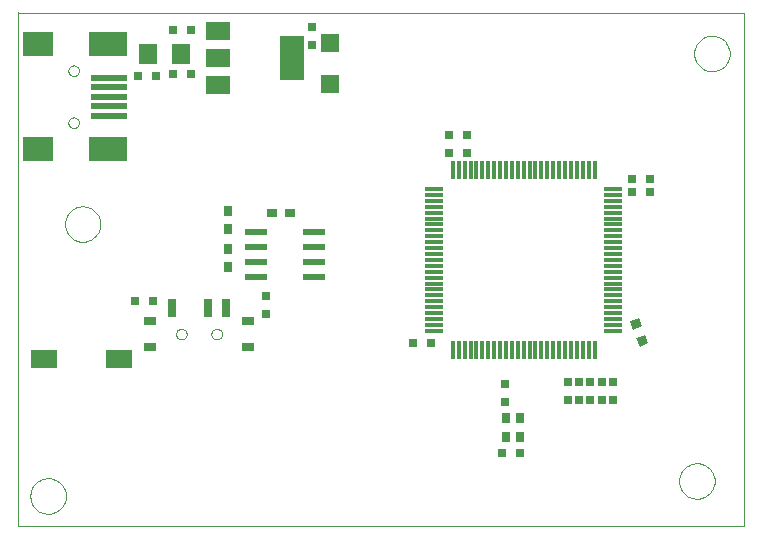
<source format=gtp>
G75*
G70*
%OFA0B0*%
%FSLAX24Y24*%
%IPPOS*%
%LPD*%
%AMOC8*
5,1,8,0,0,1.08239X$1,22.5*
%
%ADD10C,0.0000*%
%ADD11R,0.0118X0.0630*%
%ADD12R,0.0630X0.0118*%
%ADD13R,0.0315X0.0315*%
%ADD14R,0.0315X0.0315*%
%ADD15R,0.0906X0.0630*%
%ADD16R,0.0984X0.0787*%
%ADD17R,0.1299X0.0787*%
%ADD18R,0.1220X0.0197*%
%ADD19R,0.0790X0.0590*%
%ADD20R,0.0790X0.1500*%
%ADD21R,0.0780X0.0210*%
%ADD22R,0.0315X0.0354*%
%ADD23R,0.0591X0.0591*%
%ADD24R,0.0630X0.0709*%
%ADD25R,0.0394X0.0315*%
%ADD26R,0.0276X0.0591*%
%ADD27R,0.0354X0.0315*%
D10*
X000599Y000160D02*
X000599Y017278D01*
X000600Y017276D02*
X024780Y017276D01*
X024780Y000156D01*
X024779Y000160D02*
X000599Y000160D01*
X001008Y001160D02*
X001010Y001208D01*
X001016Y001256D01*
X001026Y001303D01*
X001039Y001349D01*
X001057Y001394D01*
X001077Y001438D01*
X001102Y001480D01*
X001130Y001519D01*
X001160Y001556D01*
X001194Y001590D01*
X001231Y001622D01*
X001269Y001651D01*
X001310Y001676D01*
X001353Y001698D01*
X001398Y001716D01*
X001444Y001730D01*
X001491Y001741D01*
X001539Y001748D01*
X001587Y001751D01*
X001635Y001750D01*
X001683Y001745D01*
X001731Y001736D01*
X001777Y001724D01*
X001822Y001707D01*
X001866Y001687D01*
X001908Y001664D01*
X001948Y001637D01*
X001986Y001607D01*
X002021Y001574D01*
X002053Y001538D01*
X002083Y001500D01*
X002109Y001459D01*
X002131Y001416D01*
X002151Y001372D01*
X002166Y001327D01*
X002178Y001280D01*
X002186Y001232D01*
X002190Y001184D01*
X002190Y001136D01*
X002186Y001088D01*
X002178Y001040D01*
X002166Y000993D01*
X002151Y000948D01*
X002131Y000904D01*
X002109Y000861D01*
X002083Y000820D01*
X002053Y000782D01*
X002021Y000746D01*
X001986Y000713D01*
X001948Y000683D01*
X001908Y000656D01*
X001866Y000633D01*
X001822Y000613D01*
X001777Y000596D01*
X001731Y000584D01*
X001683Y000575D01*
X001635Y000570D01*
X001587Y000569D01*
X001539Y000572D01*
X001491Y000579D01*
X001444Y000590D01*
X001398Y000604D01*
X001353Y000622D01*
X001310Y000644D01*
X001269Y000669D01*
X001231Y000698D01*
X001194Y000730D01*
X001160Y000764D01*
X001130Y000801D01*
X001102Y000840D01*
X001077Y000882D01*
X001057Y000926D01*
X001039Y000971D01*
X001026Y001017D01*
X001016Y001064D01*
X001010Y001112D01*
X001008Y001160D01*
X005861Y006558D02*
X005863Y006584D01*
X005869Y006610D01*
X005879Y006635D01*
X005892Y006658D01*
X005908Y006678D01*
X005928Y006696D01*
X005950Y006711D01*
X005973Y006723D01*
X005999Y006731D01*
X006025Y006735D01*
X006051Y006735D01*
X006077Y006731D01*
X006103Y006723D01*
X006127Y006711D01*
X006148Y006696D01*
X006168Y006678D01*
X006184Y006658D01*
X006197Y006635D01*
X006207Y006610D01*
X006213Y006584D01*
X006215Y006558D01*
X006213Y006532D01*
X006207Y006506D01*
X006197Y006481D01*
X006184Y006458D01*
X006168Y006438D01*
X006148Y006420D01*
X006126Y006405D01*
X006103Y006393D01*
X006077Y006385D01*
X006051Y006381D01*
X006025Y006381D01*
X005999Y006385D01*
X005973Y006393D01*
X005949Y006405D01*
X005928Y006420D01*
X005908Y006438D01*
X005892Y006458D01*
X005879Y006481D01*
X005869Y006506D01*
X005863Y006532D01*
X005861Y006558D01*
X007042Y006558D02*
X007044Y006584D01*
X007050Y006610D01*
X007060Y006635D01*
X007073Y006658D01*
X007089Y006678D01*
X007109Y006696D01*
X007131Y006711D01*
X007154Y006723D01*
X007180Y006731D01*
X007206Y006735D01*
X007232Y006735D01*
X007258Y006731D01*
X007284Y006723D01*
X007308Y006711D01*
X007329Y006696D01*
X007349Y006678D01*
X007365Y006658D01*
X007378Y006635D01*
X007388Y006610D01*
X007394Y006584D01*
X007396Y006558D01*
X007394Y006532D01*
X007388Y006506D01*
X007378Y006481D01*
X007365Y006458D01*
X007349Y006438D01*
X007329Y006420D01*
X007307Y006405D01*
X007284Y006393D01*
X007258Y006385D01*
X007232Y006381D01*
X007206Y006381D01*
X007180Y006385D01*
X007154Y006393D01*
X007130Y006405D01*
X007109Y006420D01*
X007089Y006438D01*
X007073Y006458D01*
X007060Y006481D01*
X007050Y006506D01*
X007044Y006532D01*
X007042Y006558D01*
X002162Y010225D02*
X002164Y010273D01*
X002170Y010321D01*
X002180Y010368D01*
X002193Y010414D01*
X002211Y010459D01*
X002231Y010503D01*
X002256Y010545D01*
X002284Y010584D01*
X002314Y010621D01*
X002348Y010655D01*
X002385Y010687D01*
X002423Y010716D01*
X002464Y010741D01*
X002507Y010763D01*
X002552Y010781D01*
X002598Y010795D01*
X002645Y010806D01*
X002693Y010813D01*
X002741Y010816D01*
X002789Y010815D01*
X002837Y010810D01*
X002885Y010801D01*
X002931Y010789D01*
X002976Y010772D01*
X003020Y010752D01*
X003062Y010729D01*
X003102Y010702D01*
X003140Y010672D01*
X003175Y010639D01*
X003207Y010603D01*
X003237Y010565D01*
X003263Y010524D01*
X003285Y010481D01*
X003305Y010437D01*
X003320Y010392D01*
X003332Y010345D01*
X003340Y010297D01*
X003344Y010249D01*
X003344Y010201D01*
X003340Y010153D01*
X003332Y010105D01*
X003320Y010058D01*
X003305Y010013D01*
X003285Y009969D01*
X003263Y009926D01*
X003237Y009885D01*
X003207Y009847D01*
X003175Y009811D01*
X003140Y009778D01*
X003102Y009748D01*
X003062Y009721D01*
X003020Y009698D01*
X002976Y009678D01*
X002931Y009661D01*
X002885Y009649D01*
X002837Y009640D01*
X002789Y009635D01*
X002741Y009634D01*
X002693Y009637D01*
X002645Y009644D01*
X002598Y009655D01*
X002552Y009669D01*
X002507Y009687D01*
X002464Y009709D01*
X002423Y009734D01*
X002385Y009763D01*
X002348Y009795D01*
X002314Y009829D01*
X002284Y009866D01*
X002256Y009905D01*
X002231Y009947D01*
X002211Y009991D01*
X002193Y010036D01*
X002180Y010082D01*
X002170Y010129D01*
X002164Y010177D01*
X002162Y010225D01*
X002273Y013602D02*
X002275Y013628D01*
X002281Y013654D01*
X002291Y013679D01*
X002304Y013702D01*
X002320Y013722D01*
X002340Y013740D01*
X002362Y013755D01*
X002385Y013767D01*
X002411Y013775D01*
X002437Y013779D01*
X002463Y013779D01*
X002489Y013775D01*
X002515Y013767D01*
X002539Y013755D01*
X002560Y013740D01*
X002580Y013722D01*
X002596Y013702D01*
X002609Y013679D01*
X002619Y013654D01*
X002625Y013628D01*
X002627Y013602D01*
X002625Y013576D01*
X002619Y013550D01*
X002609Y013525D01*
X002596Y013502D01*
X002580Y013482D01*
X002560Y013464D01*
X002538Y013449D01*
X002515Y013437D01*
X002489Y013429D01*
X002463Y013425D01*
X002437Y013425D01*
X002411Y013429D01*
X002385Y013437D01*
X002361Y013449D01*
X002340Y013464D01*
X002320Y013482D01*
X002304Y013502D01*
X002291Y013525D01*
X002281Y013550D01*
X002275Y013576D01*
X002273Y013602D01*
X002273Y015335D02*
X002275Y015361D01*
X002281Y015387D01*
X002291Y015412D01*
X002304Y015435D01*
X002320Y015455D01*
X002340Y015473D01*
X002362Y015488D01*
X002385Y015500D01*
X002411Y015508D01*
X002437Y015512D01*
X002463Y015512D01*
X002489Y015508D01*
X002515Y015500D01*
X002539Y015488D01*
X002560Y015473D01*
X002580Y015455D01*
X002596Y015435D01*
X002609Y015412D01*
X002619Y015387D01*
X002625Y015361D01*
X002627Y015335D01*
X002625Y015309D01*
X002619Y015283D01*
X002609Y015258D01*
X002596Y015235D01*
X002580Y015215D01*
X002560Y015197D01*
X002538Y015182D01*
X002515Y015170D01*
X002489Y015162D01*
X002463Y015158D01*
X002437Y015158D01*
X002411Y015162D01*
X002385Y015170D01*
X002361Y015182D01*
X002340Y015197D01*
X002320Y015215D01*
X002304Y015235D01*
X002291Y015258D01*
X002281Y015283D01*
X002275Y015309D01*
X002273Y015335D01*
X022633Y001660D02*
X022635Y001708D01*
X022641Y001756D01*
X022651Y001803D01*
X022664Y001849D01*
X022682Y001894D01*
X022702Y001938D01*
X022727Y001980D01*
X022755Y002019D01*
X022785Y002056D01*
X022819Y002090D01*
X022856Y002122D01*
X022894Y002151D01*
X022935Y002176D01*
X022978Y002198D01*
X023023Y002216D01*
X023069Y002230D01*
X023116Y002241D01*
X023164Y002248D01*
X023212Y002251D01*
X023260Y002250D01*
X023308Y002245D01*
X023356Y002236D01*
X023402Y002224D01*
X023447Y002207D01*
X023491Y002187D01*
X023533Y002164D01*
X023573Y002137D01*
X023611Y002107D01*
X023646Y002074D01*
X023678Y002038D01*
X023708Y002000D01*
X023734Y001959D01*
X023756Y001916D01*
X023776Y001872D01*
X023791Y001827D01*
X023803Y001780D01*
X023811Y001732D01*
X023815Y001684D01*
X023815Y001636D01*
X023811Y001588D01*
X023803Y001540D01*
X023791Y001493D01*
X023776Y001448D01*
X023756Y001404D01*
X023734Y001361D01*
X023708Y001320D01*
X023678Y001282D01*
X023646Y001246D01*
X023611Y001213D01*
X023573Y001183D01*
X023533Y001156D01*
X023491Y001133D01*
X023447Y001113D01*
X023402Y001096D01*
X023356Y001084D01*
X023308Y001075D01*
X023260Y001070D01*
X023212Y001069D01*
X023164Y001072D01*
X023116Y001079D01*
X023069Y001090D01*
X023023Y001104D01*
X022978Y001122D01*
X022935Y001144D01*
X022894Y001169D01*
X022856Y001198D01*
X022819Y001230D01*
X022785Y001264D01*
X022755Y001301D01*
X022727Y001340D01*
X022702Y001382D01*
X022682Y001426D01*
X022664Y001471D01*
X022651Y001517D01*
X022641Y001564D01*
X022635Y001612D01*
X022633Y001660D01*
X023133Y015910D02*
X023135Y015958D01*
X023141Y016006D01*
X023151Y016053D01*
X023164Y016099D01*
X023182Y016144D01*
X023202Y016188D01*
X023227Y016230D01*
X023255Y016269D01*
X023285Y016306D01*
X023319Y016340D01*
X023356Y016372D01*
X023394Y016401D01*
X023435Y016426D01*
X023478Y016448D01*
X023523Y016466D01*
X023569Y016480D01*
X023616Y016491D01*
X023664Y016498D01*
X023712Y016501D01*
X023760Y016500D01*
X023808Y016495D01*
X023856Y016486D01*
X023902Y016474D01*
X023947Y016457D01*
X023991Y016437D01*
X024033Y016414D01*
X024073Y016387D01*
X024111Y016357D01*
X024146Y016324D01*
X024178Y016288D01*
X024208Y016250D01*
X024234Y016209D01*
X024256Y016166D01*
X024276Y016122D01*
X024291Y016077D01*
X024303Y016030D01*
X024311Y015982D01*
X024315Y015934D01*
X024315Y015886D01*
X024311Y015838D01*
X024303Y015790D01*
X024291Y015743D01*
X024276Y015698D01*
X024256Y015654D01*
X024234Y015611D01*
X024208Y015570D01*
X024178Y015532D01*
X024146Y015496D01*
X024111Y015463D01*
X024073Y015433D01*
X024033Y015406D01*
X023991Y015383D01*
X023947Y015363D01*
X023902Y015346D01*
X023856Y015334D01*
X023808Y015325D01*
X023760Y015320D01*
X023712Y015319D01*
X023664Y015322D01*
X023616Y015329D01*
X023569Y015340D01*
X023523Y015354D01*
X023478Y015372D01*
X023435Y015394D01*
X023394Y015419D01*
X023356Y015448D01*
X023319Y015480D01*
X023285Y015514D01*
X023255Y015551D01*
X023227Y015590D01*
X023202Y015632D01*
X023182Y015676D01*
X023164Y015721D01*
X023151Y015767D01*
X023141Y015814D01*
X023135Y015862D01*
X023133Y015910D01*
D11*
X019812Y012023D03*
X019615Y012023D03*
X019419Y012023D03*
X019222Y012023D03*
X019025Y012023D03*
X018828Y012023D03*
X018631Y012023D03*
X018434Y012023D03*
X018237Y012023D03*
X018041Y012023D03*
X017844Y012023D03*
X017647Y012023D03*
X017450Y012023D03*
X017253Y012023D03*
X017056Y012023D03*
X016859Y012023D03*
X016663Y012023D03*
X016466Y012023D03*
X016269Y012023D03*
X016072Y012023D03*
X015875Y012023D03*
X015678Y012023D03*
X015481Y012023D03*
X015285Y012023D03*
X015088Y012023D03*
X015088Y006039D03*
X015285Y006039D03*
X015481Y006039D03*
X015678Y006039D03*
X015875Y006039D03*
X016072Y006039D03*
X016269Y006039D03*
X016466Y006039D03*
X016663Y006039D03*
X016859Y006039D03*
X017056Y006039D03*
X017253Y006039D03*
X017450Y006039D03*
X017647Y006039D03*
X017844Y006039D03*
X018041Y006039D03*
X018237Y006039D03*
X018434Y006039D03*
X018631Y006039D03*
X018828Y006039D03*
X019025Y006039D03*
X019222Y006039D03*
X019419Y006039D03*
X019615Y006039D03*
X019812Y006039D03*
D12*
X020442Y006669D03*
X020442Y006866D03*
X020442Y007063D03*
X020442Y007259D03*
X020442Y007456D03*
X020442Y007653D03*
X020442Y007850D03*
X020442Y008047D03*
X020442Y008244D03*
X020442Y008441D03*
X020442Y008637D03*
X020442Y008834D03*
X020442Y009031D03*
X020442Y009228D03*
X020442Y009425D03*
X020442Y009622D03*
X020442Y009819D03*
X020442Y010015D03*
X020442Y010212D03*
X020442Y010409D03*
X020442Y010606D03*
X020442Y010803D03*
X020442Y011000D03*
X020442Y011196D03*
X020442Y011393D03*
X014458Y011393D03*
X014458Y011196D03*
X014458Y011000D03*
X014458Y010803D03*
X014458Y010606D03*
X014458Y010409D03*
X014458Y010212D03*
X014458Y010015D03*
X014458Y009819D03*
X014458Y009622D03*
X014458Y009425D03*
X014458Y009228D03*
X014458Y009031D03*
X014458Y008834D03*
X014458Y008637D03*
X014458Y008441D03*
X014458Y008244D03*
X014458Y008047D03*
X014458Y007850D03*
X014458Y007653D03*
X014458Y007456D03*
X014458Y007259D03*
X014458Y007063D03*
X014458Y006866D03*
X014458Y006669D03*
D13*
X014357Y006257D03*
X013757Y006257D03*
X016812Y004879D03*
X016812Y004279D03*
X018915Y004377D03*
X019291Y004377D03*
X019672Y004377D03*
X020048Y004377D03*
X020424Y004377D03*
X020424Y004977D03*
X020048Y004977D03*
X019672Y004977D03*
X019291Y004977D03*
X018915Y004977D03*
X017334Y002598D03*
X016734Y002598D03*
X008876Y007233D03*
X008876Y007833D03*
X005078Y007661D03*
X004478Y007661D03*
X014975Y012595D03*
X014975Y013195D03*
X015575Y013197D03*
X015575Y012597D03*
X010406Y016180D03*
X010406Y016780D03*
X006366Y016698D03*
X005766Y016698D03*
X005753Y015223D03*
X006353Y015223D03*
X005195Y015159D03*
X004595Y015159D03*
X021067Y011719D03*
X021667Y011719D03*
X021663Y011294D03*
X021063Y011294D03*
D14*
G36*
X021108Y006704D02*
X021000Y006998D01*
X021294Y007106D01*
X021402Y006812D01*
X021108Y006704D01*
G37*
G36*
X021313Y006140D02*
X021205Y006434D01*
X021499Y006542D01*
X021607Y006248D01*
X021313Y006140D01*
G37*
D15*
X003953Y005744D03*
X001472Y005744D03*
D16*
X001269Y012717D03*
X001269Y016221D03*
D17*
X003592Y016221D03*
X003592Y012717D03*
D18*
X003631Y013839D03*
X003631Y014154D03*
X003631Y014469D03*
X003631Y014784D03*
X003631Y015099D03*
D19*
X007260Y014859D03*
X007260Y015759D03*
X007260Y016659D03*
D20*
X009740Y015769D03*
D21*
X010458Y009969D03*
X010458Y009469D03*
X010458Y008969D03*
X010458Y008469D03*
X008518Y008469D03*
X008518Y008969D03*
X008518Y009469D03*
X008518Y009969D03*
D22*
X007599Y010060D03*
X007599Y010660D03*
X007599Y009410D03*
X007599Y008810D03*
X016845Y003776D03*
X017337Y003776D03*
X017337Y003126D03*
X016845Y003126D03*
D23*
X011000Y014892D03*
X011000Y016270D03*
D24*
X006016Y015904D03*
X004914Y015904D03*
D25*
X004994Y006991D03*
X004994Y006125D03*
X008262Y006125D03*
X008262Y006991D03*
D26*
X007514Y007444D03*
X006923Y007444D03*
X005742Y007444D03*
D27*
X009062Y010610D03*
X009662Y010610D03*
M02*

</source>
